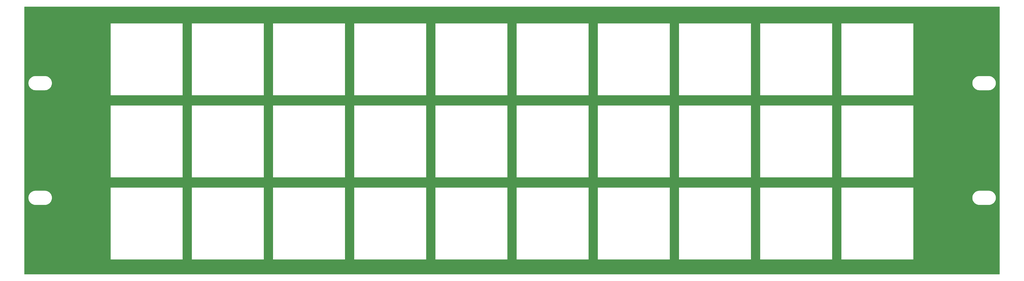
<source format=gbl>
G04 Layer: BottomLayer*
G04 EasyEDA v6.5.34, 2023-08-21 18:11:39*
G04 960434acb54549deb8d315a4818e8252,5a6b42c53f6a479593ecc07194224c93,10*
G04 Gerber Generator version 0.2*
G04 Scale: 100 percent, Rotated: No, Reflected: No *
G04 Dimensions in millimeters *
G04 leading zeros omitted , absolute positions ,4 integer and 5 decimal *
%FSLAX45Y45*%
%MOMM*%

%ADD10C,0.2540*%
%ADD11C,3.0000*%

%LPD*%
G36*
X36068Y22860D02*
G01*
X32156Y23622D01*
X28905Y25806D01*
X26670Y29108D01*
X25908Y33020D01*
X25908Y13260832D01*
X26670Y13264743D01*
X28905Y13267994D01*
X32156Y13270230D01*
X36068Y13270992D01*
X48223932Y13270992D01*
X48227843Y13270230D01*
X48231094Y13267994D01*
X48233330Y13264743D01*
X48234092Y13260832D01*
X48234092Y36068D01*
X48233330Y32156D01*
X48231094Y28905D01*
X48227843Y26670D01*
X48223932Y25908D01*
X4302760Y23114D01*
X4298848Y23876D01*
X4295546Y26111D01*
X4293362Y29362D01*
X4292600Y33274D01*
X4291838Y29362D01*
X4289602Y26060D01*
X4286300Y23876D01*
X4282440Y23114D01*
G37*

%LPC*%
G36*
X20345349Y4826000D02*
G01*
X23901349Y4826000D01*
X23901349Y8382000D01*
X20345349Y8382000D01*
G37*
G36*
X4292600Y751840D02*
G01*
X4293362Y755700D01*
X4295546Y759002D01*
X4298848Y761238D01*
X4302760Y762000D01*
X7848600Y762000D01*
X7848600Y4318000D01*
X4292600Y4318000D01*
G37*
G36*
X8305800Y762000D02*
G01*
X11861800Y762000D01*
X11861800Y4318000D01*
X8305800Y4318000D01*
G37*
G36*
X12318949Y762000D02*
G01*
X15874949Y762000D01*
X15874949Y4318000D01*
X12318949Y4318000D01*
G37*
G36*
X16332149Y762000D02*
G01*
X19888149Y762000D01*
X19888149Y4318000D01*
X16332149Y4318000D01*
G37*
G36*
X20345349Y762000D02*
G01*
X23901349Y762000D01*
X23901349Y4318000D01*
X20345349Y4318000D01*
G37*
G36*
X24358549Y762000D02*
G01*
X27914549Y762000D01*
X27914549Y4318000D01*
X24358549Y4318000D01*
G37*
G36*
X28371749Y762000D02*
G01*
X31927749Y762000D01*
X31927749Y4318000D01*
X28371749Y4318000D01*
G37*
G36*
X32384949Y762000D02*
G01*
X35940949Y762000D01*
X35940949Y4318000D01*
X32384949Y4318000D01*
G37*
G36*
X36398149Y762000D02*
G01*
X39954098Y762000D01*
X39954098Y4318000D01*
X36398149Y4318000D01*
G37*
G36*
X40411298Y762000D02*
G01*
X43966333Y762000D01*
X43967298Y763016D01*
X43967298Y4318000D01*
X40411298Y4318000D01*
G37*
G36*
X47233687Y3458921D02*
G01*
X47238513Y3459073D01*
X47686061Y3459073D01*
X47690887Y3458921D01*
X47717151Y3459886D01*
X47743211Y3462832D01*
X47769018Y3467709D01*
X47794367Y3474516D01*
X47819157Y3483152D01*
X47843236Y3493668D01*
X47866452Y3505962D01*
X47888652Y3519932D01*
X47909784Y3535476D01*
X47929698Y3552647D01*
X47948291Y3571189D01*
X47965410Y3591102D01*
X47981006Y3612235D01*
X47994976Y3634435D01*
X48007219Y3657650D01*
X48017734Y3681729D01*
X48026421Y3706520D01*
X48033178Y3731869D01*
X48038054Y3757676D01*
X48041001Y3783787D01*
X48042017Y3810000D01*
X48041001Y3836212D01*
X48038054Y3862324D01*
X48033178Y3888130D01*
X48026421Y3913479D01*
X48017734Y3938270D01*
X48007219Y3962349D01*
X47994976Y3985564D01*
X47981006Y4007764D01*
X47965410Y4028897D01*
X47948291Y4048810D01*
X47929698Y4067352D01*
X47909784Y4084523D01*
X47888652Y4100068D01*
X47866452Y4114037D01*
X47843236Y4126331D01*
X47819157Y4136847D01*
X47794367Y4145483D01*
X47769018Y4152290D01*
X47743211Y4157167D01*
X47717151Y4160113D01*
X47690887Y4161078D01*
X47685401Y4160875D01*
X47239174Y4160875D01*
X47233687Y4161078D01*
X47207474Y4160113D01*
X47181363Y4157167D01*
X47155557Y4152290D01*
X47130208Y4145483D01*
X47105417Y4136847D01*
X47081338Y4126331D01*
X47058122Y4114037D01*
X47035923Y4100068D01*
X47014790Y4084523D01*
X46994876Y4067352D01*
X46976334Y4048810D01*
X46959215Y4028897D01*
X46943619Y4007764D01*
X46929649Y3985564D01*
X46917356Y3962349D01*
X46906891Y3938270D01*
X46898204Y3913479D01*
X46891397Y3888130D01*
X46886520Y3862324D01*
X46883574Y3836212D01*
X46882608Y3810000D01*
X46883574Y3783787D01*
X46886520Y3757676D01*
X46891397Y3731869D01*
X46898204Y3706520D01*
X46906891Y3681729D01*
X46917356Y3657650D01*
X46929649Y3634435D01*
X46943619Y3612235D01*
X46959215Y3591102D01*
X46976334Y3571189D01*
X46994876Y3552647D01*
X47014790Y3535476D01*
X47035923Y3519932D01*
X47058122Y3505962D01*
X47081338Y3493668D01*
X47105417Y3483152D01*
X47130208Y3474516D01*
X47155557Y3467709D01*
X47181363Y3462832D01*
X47207474Y3459886D01*
G37*
G36*
X579221Y9135821D02*
G01*
X583996Y9135973D01*
X1031595Y9135973D01*
X1036421Y9135821D01*
X1062634Y9136786D01*
X1088745Y9139732D01*
X1114501Y9144609D01*
X1139901Y9151416D01*
X1164691Y9160052D01*
X1188720Y9170568D01*
X1211935Y9182862D01*
X1234186Y9196832D01*
X1255318Y9212376D01*
X1275232Y9229547D01*
X1293774Y9248089D01*
X1310894Y9268002D01*
X1326489Y9289135D01*
X1340459Y9311335D01*
X1352753Y9334550D01*
X1363218Y9358630D01*
X1371904Y9383420D01*
X1378712Y9408769D01*
X1383588Y9434576D01*
X1386535Y9460687D01*
X1387500Y9486900D01*
X1386535Y9513112D01*
X1383588Y9539224D01*
X1378712Y9565030D01*
X1371904Y9590379D01*
X1363218Y9615170D01*
X1352753Y9639249D01*
X1340459Y9662464D01*
X1326489Y9684664D01*
X1310894Y9705797D01*
X1293774Y9725710D01*
X1275232Y9744252D01*
X1255318Y9761423D01*
X1234186Y9776968D01*
X1211935Y9790938D01*
X1188720Y9803231D01*
X1164691Y9813747D01*
X1139901Y9822383D01*
X1114501Y9829190D01*
X1088745Y9834067D01*
X1062634Y9837013D01*
X1036421Y9837978D01*
X1030884Y9837775D01*
X584708Y9837775D01*
X579221Y9837978D01*
X552958Y9837013D01*
X526846Y9834067D01*
X501091Y9829190D01*
X475691Y9822383D01*
X450951Y9813747D01*
X426872Y9803231D01*
X403656Y9790938D01*
X381406Y9776968D01*
X360273Y9761423D01*
X340410Y9744252D01*
X321818Y9725710D01*
X304698Y9705797D01*
X289102Y9684664D01*
X275132Y9662464D01*
X262890Y9639249D01*
X252374Y9615170D01*
X243687Y9590379D01*
X236880Y9565030D01*
X232003Y9539224D01*
X229057Y9513112D01*
X228092Y9486900D01*
X229057Y9460687D01*
X232003Y9434576D01*
X236880Y9408769D01*
X243687Y9383420D01*
X252374Y9358630D01*
X262890Y9334550D01*
X275132Y9311335D01*
X289102Y9289135D01*
X304698Y9268002D01*
X321818Y9248089D01*
X340410Y9229547D01*
X360273Y9212376D01*
X381406Y9196832D01*
X403656Y9182862D01*
X426872Y9170568D01*
X450951Y9160052D01*
X475691Y9151416D01*
X501091Y9144609D01*
X526846Y9139732D01*
X552958Y9136786D01*
G37*
G36*
X579221Y3458921D02*
G01*
X583996Y3459073D01*
X1031595Y3459073D01*
X1036421Y3458921D01*
X1062634Y3459886D01*
X1088745Y3462832D01*
X1114501Y3467709D01*
X1139901Y3474516D01*
X1164691Y3483152D01*
X1188720Y3493668D01*
X1211935Y3505962D01*
X1234186Y3519932D01*
X1255318Y3535476D01*
X1275232Y3552647D01*
X1293774Y3571189D01*
X1310894Y3591102D01*
X1326489Y3612235D01*
X1340459Y3634435D01*
X1352753Y3657650D01*
X1363218Y3681729D01*
X1371904Y3706520D01*
X1378712Y3731869D01*
X1383588Y3757676D01*
X1386535Y3783787D01*
X1387500Y3810000D01*
X1386535Y3836212D01*
X1383588Y3862324D01*
X1378712Y3888130D01*
X1371904Y3913479D01*
X1363218Y3938270D01*
X1352753Y3962349D01*
X1340459Y3985564D01*
X1326489Y4007764D01*
X1310894Y4028897D01*
X1293774Y4048810D01*
X1275232Y4067352D01*
X1255318Y4084523D01*
X1234186Y4100068D01*
X1211935Y4114037D01*
X1188720Y4126331D01*
X1164691Y4136847D01*
X1139901Y4145483D01*
X1114501Y4152290D01*
X1088745Y4157167D01*
X1062634Y4160113D01*
X1036421Y4161078D01*
X1030884Y4160875D01*
X584708Y4160875D01*
X579221Y4161078D01*
X552958Y4160113D01*
X526846Y4157167D01*
X501091Y4152290D01*
X475691Y4145483D01*
X450951Y4136847D01*
X426872Y4126331D01*
X403656Y4114037D01*
X381406Y4100068D01*
X360273Y4084523D01*
X340410Y4067352D01*
X321818Y4048810D01*
X304698Y4028897D01*
X289102Y4007764D01*
X275132Y3985564D01*
X262890Y3962349D01*
X252374Y3938270D01*
X243687Y3913479D01*
X236880Y3888130D01*
X232003Y3862324D01*
X229057Y3836212D01*
X228092Y3810000D01*
X229057Y3783787D01*
X232003Y3757676D01*
X236880Y3731869D01*
X243687Y3706520D01*
X252374Y3681729D01*
X262890Y3657650D01*
X275132Y3634435D01*
X289102Y3612235D01*
X304698Y3591102D01*
X321818Y3571189D01*
X340410Y3552647D01*
X360273Y3535476D01*
X381406Y3519932D01*
X403656Y3505962D01*
X426872Y3493668D01*
X450951Y3483152D01*
X475691Y3474516D01*
X501091Y3467709D01*
X526846Y3462832D01*
X552958Y3459886D01*
G37*
G36*
X47233687Y9135821D02*
G01*
X47238513Y9135973D01*
X47686061Y9135973D01*
X47690887Y9135821D01*
X47717151Y9136786D01*
X47743211Y9139732D01*
X47769018Y9144609D01*
X47794367Y9151416D01*
X47819157Y9160052D01*
X47843236Y9170568D01*
X47866452Y9182862D01*
X47888652Y9196832D01*
X47909784Y9212376D01*
X47929698Y9229547D01*
X47948291Y9248089D01*
X47965410Y9268002D01*
X47981006Y9289135D01*
X47994976Y9311335D01*
X48007219Y9334550D01*
X48017734Y9358630D01*
X48026421Y9383420D01*
X48033178Y9408769D01*
X48038054Y9434576D01*
X48041001Y9460687D01*
X48042017Y9486900D01*
X48041001Y9513112D01*
X48038054Y9539224D01*
X48033178Y9565030D01*
X48026421Y9590379D01*
X48017734Y9615170D01*
X48007219Y9639249D01*
X47994976Y9662464D01*
X47981006Y9684664D01*
X47965410Y9705797D01*
X47948291Y9725710D01*
X47929698Y9744252D01*
X47909784Y9761423D01*
X47888652Y9776968D01*
X47866452Y9790938D01*
X47843236Y9803231D01*
X47819157Y9813747D01*
X47794367Y9822383D01*
X47769018Y9829190D01*
X47743211Y9834067D01*
X47717151Y9837013D01*
X47690887Y9837978D01*
X47685401Y9837775D01*
X47239174Y9837775D01*
X47233687Y9837978D01*
X47207474Y9837013D01*
X47181363Y9834067D01*
X47155557Y9829190D01*
X47130208Y9822383D01*
X47105417Y9813747D01*
X47081338Y9803231D01*
X47058122Y9790938D01*
X47035923Y9776968D01*
X47014790Y9761423D01*
X46994876Y9744252D01*
X46976334Y9725710D01*
X46959215Y9705797D01*
X46943619Y9684664D01*
X46929649Y9662464D01*
X46917356Y9639249D01*
X46906891Y9615170D01*
X46898204Y9590379D01*
X46891397Y9565030D01*
X46886520Y9539224D01*
X46883574Y9513112D01*
X46882608Y9486900D01*
X46883574Y9460687D01*
X46886520Y9434576D01*
X46891397Y9408769D01*
X46898204Y9383420D01*
X46906891Y9358630D01*
X46917356Y9334550D01*
X46929649Y9311335D01*
X46943619Y9289135D01*
X46959215Y9268002D01*
X46976334Y9248089D01*
X46994876Y9229547D01*
X47014790Y9212376D01*
X47035923Y9196832D01*
X47058122Y9182862D01*
X47081338Y9170568D01*
X47105417Y9160052D01*
X47130208Y9151416D01*
X47155557Y9144609D01*
X47181363Y9139732D01*
X47207474Y9136786D01*
G37*
G36*
X40411298Y8890000D02*
G01*
X43967298Y8890000D01*
X43967298Y12444984D01*
X43966333Y12445949D01*
X40411298Y12445949D01*
G37*
G36*
X36398149Y8890000D02*
G01*
X39954098Y8890000D01*
X39954098Y12445949D01*
X36398149Y12445949D01*
G37*
G36*
X4292600Y4826000D02*
G01*
X7848600Y4826000D01*
X7848600Y8382000D01*
X4292600Y8382000D01*
G37*
G36*
X8305800Y4826000D02*
G01*
X11861800Y4826000D01*
X11861800Y8382000D01*
X8305800Y8382000D01*
G37*
G36*
X12318949Y4826000D02*
G01*
X15874949Y4826000D01*
X15874949Y8382000D01*
X12318949Y8382000D01*
G37*
G36*
X16332149Y4826000D02*
G01*
X19888149Y4826000D01*
X19888149Y8382000D01*
X16332149Y8382000D01*
G37*
G36*
X32384949Y8890000D02*
G01*
X35940949Y8890000D01*
X35940949Y12445949D01*
X32384949Y12445949D01*
G37*
G36*
X24358549Y4826000D02*
G01*
X27914549Y4826000D01*
X27914549Y8382000D01*
X24358549Y8382000D01*
G37*
G36*
X28371749Y4826000D02*
G01*
X31927749Y4826000D01*
X31927749Y8382000D01*
X28371749Y8382000D01*
G37*
G36*
X32384949Y4826000D02*
G01*
X35940949Y4826000D01*
X35940949Y8382000D01*
X32384949Y8382000D01*
G37*
G36*
X36398149Y4826000D02*
G01*
X39954098Y4826000D01*
X39954098Y8382000D01*
X36398149Y8382000D01*
G37*
G36*
X40411298Y4826000D02*
G01*
X43967298Y4826000D01*
X43967298Y8382000D01*
X40411298Y8382000D01*
G37*
G36*
X4292600Y8890000D02*
G01*
X7848600Y8890000D01*
X7848600Y12445949D01*
X4293616Y12445949D01*
X4292600Y12444984D01*
G37*
G36*
X8305800Y8890000D02*
G01*
X11861800Y8890000D01*
X11861800Y12445949D01*
X8305800Y12445949D01*
G37*
G36*
X12318949Y8890000D02*
G01*
X15874949Y8890000D01*
X15874949Y12445949D01*
X12318949Y12445949D01*
G37*
G36*
X16332149Y8890000D02*
G01*
X19888149Y8890000D01*
X19888149Y12445949D01*
X16332149Y12445949D01*
G37*
G36*
X20345349Y8890000D02*
G01*
X23901349Y8890000D01*
X23901349Y12445949D01*
X20345349Y12445949D01*
G37*
G36*
X24358549Y8890000D02*
G01*
X27914549Y8890000D01*
X27914549Y12445949D01*
X24358549Y12445949D01*
G37*
G36*
X28371749Y8890000D02*
G01*
X31927749Y8890000D01*
X31927749Y12445949D01*
X28371749Y12445949D01*
G37*

%LPD*%
D10*
X8102584Y12877774D02*
G01*
X8102584Y12014177D01*
X12115774Y12877774D02*
G01*
X12115774Y12014177D01*
X16103566Y12877774D02*
G01*
X16103566Y12014177D01*
X20142159Y12903174D02*
G01*
X20142159Y12039577D01*
X28143146Y12877772D02*
G01*
X28143146Y12014174D01*
X32181736Y12903174D02*
G01*
X32181736Y12039577D01*
X36194928Y13004774D02*
G01*
X36194928Y12141177D01*
X40131923Y12953974D02*
G01*
X40131923Y12090377D01*
X43687913Y8610582D02*
G01*
X44526111Y8610582D01*
X43687913Y4571989D02*
G01*
X44526111Y4571989D01*
D11*
G01*
X2794000Y635000D03*
G01*
X2794000Y12573000D03*
G01*
X2794000Y6604000D03*
G01*
X45466000Y635000D03*
G01*
X45466000Y6604000D03*
G01*
X45466000Y12573000D03*
G01*
X24130000Y635000D03*
G01*
X24130000Y6604000D03*
G01*
X24130000Y12573000D03*
G01*
X2794000Y3810000D03*
G01*
X2794000Y9398000D03*
G01*
X45466000Y3810000D03*
G01*
X45466000Y9398000D03*
M02*

</source>
